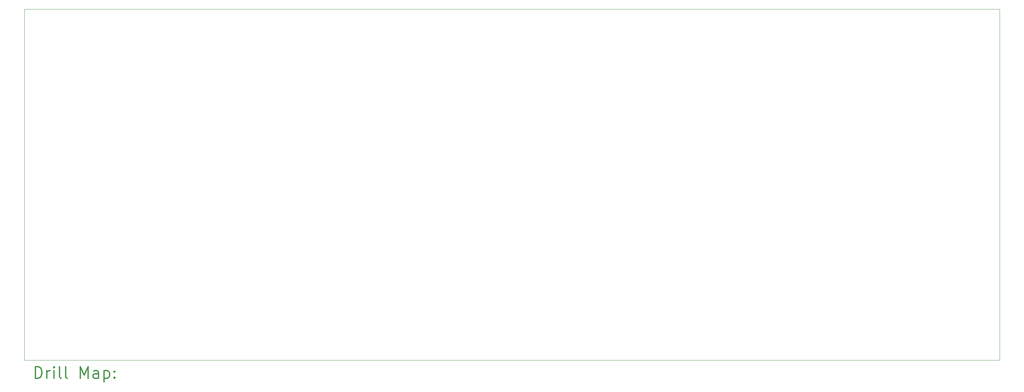
<source format=gbr>
%FSLAX45Y45*%
G04 Gerber Fmt 4.5, Leading zero omitted, Abs format (unit mm)*
G04 Created by KiCad (PCBNEW (5.1.9)-1) date 2021-06-15 15:46:40*
%MOMM*%
%LPD*%
G01*
G04 APERTURE LIST*
%TA.AperFunction,Profile*%
%ADD10C,0.050000*%
%TD*%
%ADD11C,0.200000*%
%ADD12C,0.300000*%
G04 APERTURE END LIST*
D10*
X27559000Y-5334000D02*
X27559000Y-14478000D01*
X2159000Y-14478000D02*
X2159000Y-5334000D01*
X27559000Y-14478000D02*
X2159000Y-14478000D01*
X2159000Y-5334000D02*
X27559000Y-5334000D01*
D11*
D12*
X2442928Y-14946214D02*
X2442928Y-14646214D01*
X2514357Y-14646214D01*
X2557214Y-14660500D01*
X2585786Y-14689071D01*
X2600071Y-14717643D01*
X2614357Y-14774786D01*
X2614357Y-14817643D01*
X2600071Y-14874786D01*
X2585786Y-14903357D01*
X2557214Y-14931929D01*
X2514357Y-14946214D01*
X2442928Y-14946214D01*
X2742928Y-14946214D02*
X2742928Y-14746214D01*
X2742928Y-14803357D02*
X2757214Y-14774786D01*
X2771500Y-14760500D01*
X2800071Y-14746214D01*
X2828643Y-14746214D01*
X2928643Y-14946214D02*
X2928643Y-14746214D01*
X2928643Y-14646214D02*
X2914357Y-14660500D01*
X2928643Y-14674786D01*
X2942928Y-14660500D01*
X2928643Y-14646214D01*
X2928643Y-14674786D01*
X3114357Y-14946214D02*
X3085786Y-14931929D01*
X3071500Y-14903357D01*
X3071500Y-14646214D01*
X3271500Y-14946214D02*
X3242928Y-14931929D01*
X3228643Y-14903357D01*
X3228643Y-14646214D01*
X3614357Y-14946214D02*
X3614357Y-14646214D01*
X3714357Y-14860500D01*
X3814357Y-14646214D01*
X3814357Y-14946214D01*
X4085786Y-14946214D02*
X4085786Y-14789071D01*
X4071500Y-14760500D01*
X4042928Y-14746214D01*
X3985786Y-14746214D01*
X3957214Y-14760500D01*
X4085786Y-14931929D02*
X4057214Y-14946214D01*
X3985786Y-14946214D01*
X3957214Y-14931929D01*
X3942928Y-14903357D01*
X3942928Y-14874786D01*
X3957214Y-14846214D01*
X3985786Y-14831929D01*
X4057214Y-14831929D01*
X4085786Y-14817643D01*
X4228643Y-14746214D02*
X4228643Y-15046214D01*
X4228643Y-14760500D02*
X4257214Y-14746214D01*
X4314357Y-14746214D01*
X4342928Y-14760500D01*
X4357214Y-14774786D01*
X4371500Y-14803357D01*
X4371500Y-14889071D01*
X4357214Y-14917643D01*
X4342928Y-14931929D01*
X4314357Y-14946214D01*
X4257214Y-14946214D01*
X4228643Y-14931929D01*
X4500071Y-14917643D02*
X4514357Y-14931929D01*
X4500071Y-14946214D01*
X4485786Y-14931929D01*
X4500071Y-14917643D01*
X4500071Y-14946214D01*
X4500071Y-14760500D02*
X4514357Y-14774786D01*
X4500071Y-14789071D01*
X4485786Y-14774786D01*
X4500071Y-14760500D01*
X4500071Y-14789071D01*
M02*

</source>
